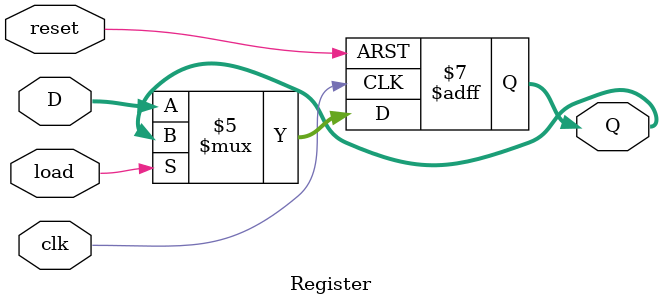
<source format=v>
module Register
#(parameter WIDTH = 32)
(
	input 		[WIDTH-1:0]	D,
	input 						clk,
	input							reset,
	input							load,
	
	output reg 	[WIDTH-1:0] Q
);

always @(posedge(clk), negedge(reset))
begin
		if(reset == 1'b0)
		begin
			Q <= 0;
		end
		else if(load == 1'b0)
		begin
			Q <= D;
		end
		else
		begin
			Q <= Q;
		end
end

endmodule

</source>
